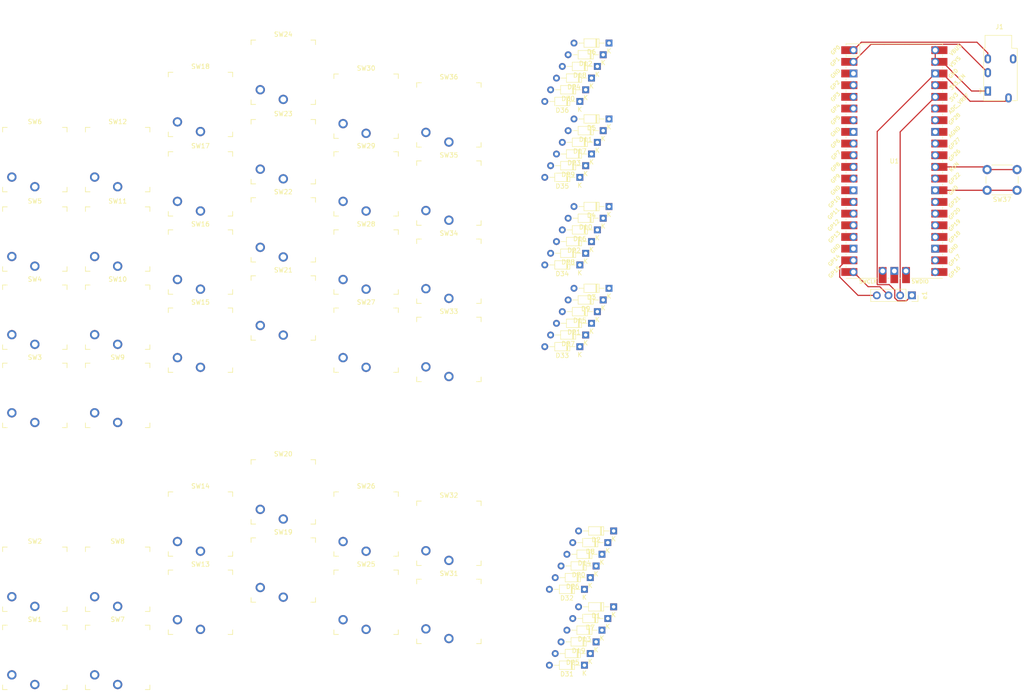
<source format=kicad_pcb>
(kicad_pcb (version 20171130) (host pcbnew 5.99.0+really5.1.10+dfsg1-1)
  (layers (0 F.Cu signal) (31 B.Cu signal) (34 B.Paste user hide) (35 F.Paste user hide) (36 B.SilkS user) (37 F.SilkS user) (38 B.Mask user hide) (39 F.Mask user hide) (44 Edge.Cuts user))
  (net 0 "")
  (net 1 "Net-(D1-Pad2)")
  (net 2 COL_0)
  (net 3 "Net-(D2-Pad2)")
  (net 4 "Net-(D3-Pad2)")
  (net 5 "Net-(D4-Pad2)")
  (net 6 "Net-(D5-Pad2)")
  (net 7 "Net-(D6-Pad2)")
  (net 8 "Net-(D7-Pad2)")
  (net 9 COL_1)
  (net 10 "Net-(D8-Pad2)")
  (net 11 "Net-(D9-Pad2)")
  (net 12 "Net-(D10-Pad2)")
  (net 13 "Net-(D11-Pad2)")
  (net 14 "Net-(D12-Pad2)")
  (net 15 "Net-(D13-Pad2)")
  (net 16 COL_2)
  (net 17 "Net-(D14-Pad2)")
  (net 18 "Net-(D15-Pad2)")
  (net 19 "Net-(D16-Pad2)")
  (net 20 "Net-(D17-Pad2)")
  (net 21 "Net-(D18-Pad2)")
  (net 22 "Net-(D19-Pad2)")
  (net 23 COL_3)
  (net 24 "Net-(D20-Pad2)")
  (net 25 "Net-(D21-Pad2)")
  (net 26 "Net-(D22-Pad2)")
  (net 27 "Net-(D23-Pad2)")
  (net 28 "Net-(D24-Pad2)")
  (net 29 "Net-(D25-Pad2)")
  (net 30 COL_4)
  (net 31 "Net-(D26-Pad2)")
  (net 32 "Net-(D27-Pad2)")
  (net 33 "Net-(D28-Pad2)")
  (net 34 "Net-(D29-Pad2)")
  (net 35 "Net-(D30-Pad2)")
  (net 36 "Net-(D31-Pad2)")
  (net 37 COL_5)
  (net 38 "Net-(D32-Pad2)")
  (net 39 "Net-(D33-Pad2)")
  (net 40 "Net-(D34-Pad2)")
  (net 41 "Net-(D35-Pad2)")
  (net 42 "Net-(D36-Pad2)")
  (net 43 GND)
  (net 44 +3V3)
  (net 45 I2C_SCL)
  (net 46 I2C_SDA)
  (net 47 UART_TX)
  (net 48 UART_RX)
  (net 49 VBUS)
  (net 50 ROW_0)
  (net 51 ROW_1)
  (net 52 ROW_2)
  (net 53 ROW_3)
  (net 54 ROW_4)
  (net 55 ROW_5)
  (net 56 GND1)
  (net 57 Reset)
  (net 58 "Net-(U1-Pad43)")
  (net 59 "Net-(U1-Pad42)")
  (net 60 "Net-(U1-Pad41)")
  (net 61 "Net-(U1-Pad21)")
  (net 62 "Net-(U1-Pad22)")
  (net 63 "Net-(U1-Pad23)")
  (net 64 "Net-(U1-Pad24)")
  (net 65 "Net-(U1-Pad25)")
  (net 66 "Net-(U1-Pad26)")
  (net 67 "Net-(U1-Pad27)")
  (net 68 "Net-(U1-Pad29)")
  (net 69 "Net-(U1-Pad31)")
  (net 70 "Net-(U1-Pad32)")
  (net 71 "Net-(U1-Pad33)")
  (net 72 "Net-(U1-Pad34)")
  (net 73 "Net-(U1-Pad35)")
  (net 74 "Net-(U1-Pad37)")
  (net 75 "Net-(U1-Pad18)")
  (net 76 "Net-(U1-Pad13)")
  (net 77 "Net-(U1-Pad8)")
  (net 78 "Net-(U1-Pad3)")
  (module keyswitches:SW_PG1350 (layer F.Cu) (at 114 56)
    (fp_text reference SW36 (at 0 -8.255) (layer F.SilkS))
    (fp_text value SW_Push)
    (pad "" np_thru_hole circle (at -5.5 0) (size 1.7018 1.7018) (drill 1.7018) (layers *.Cu *.Mask))
    (pad "" np_thru_hole circle (at 5.5 0) (size 1.7018 1.7018) (drill 1.7018) (layers *.Cu *.Mask))
    (pad "" np_thru_hole circle (at 5.22 -4.2) (size 0.9906 0.9906) (drill 0.9906) (layers *.Cu *.Mask))
    (pad 1 thru_hole circle (at 0 5.9) (size 2.032 2.032) (drill 1.27) (layers *.Cu *.Mask) (net 42 "Net-(D36-Pad2)"))
    (pad 2 thru_hole circle (at -5 3.8) (size 2.032 2.032) (drill 1.27) (layers *.Cu *.Mask) (net 55 ROW_5))
    (pad "" np_thru_hole circle (at 0 0) (size 3.429 3.429) (drill 3.429) (layers *.Cu *.Mask))
  )
  (module keyswitches:SW_PG1350 (layer F.Cu) (at 114 73)
    (fp_text reference SW35 (at 0 -8.255) (layer F.SilkS))
    (fp_text value SW_Push)
    (pad "" np_thru_hole circle (at -5.5 0) (size 1.7018 1.7018) (drill 1.7018) (layers *.Cu *.Mask))
    (pad "" np_thru_hole circle (at 5.5 0) (size 1.7018 1.7018) (drill 1.7018) (layers *.Cu *.Mask))
    (pad "" np_thru_hole circle (at 5.22 -4.2) (size 0.9906 0.9906) (drill 0.9906) (layers *.Cu *.Mask))
    (pad 1 thru_hole circle (at 0 5.9) (size 2.032 2.032) (drill 1.27) (layers *.Cu *.Mask) (net 41 "Net-(D35-Pad2)"))
    (pad 2 thru_hole circle (at -5 3.8) (size 2.032 2.032) (drill 1.27) (layers *.Cu *.Mask) (net 54 ROW_4))
    (pad "" np_thru_hole circle (at 0 0) (size 3.429 3.429) (drill 3.429) (layers *.Cu *.Mask))
  )
  (module keyswitches:SW_PG1350 (layer F.Cu) (at 114 90)
    (fp_text reference SW34 (at 0 -8.255) (layer F.SilkS))
    (fp_text value SW_Push)
    (pad "" np_thru_hole circle (at -5.5 0) (size 1.7018 1.7018) (drill 1.7018) (layers *.Cu *.Mask))
    (pad "" np_thru_hole circle (at 5.5 0) (size 1.7018 1.7018) (drill 1.7018) (layers *.Cu *.Mask))
    (pad "" np_thru_hole circle (at 5.22 -4.2) (size 0.9906 0.9906) (drill 0.9906) (layers *.Cu *.Mask))
    (pad 1 thru_hole circle (at 0 5.9) (size 2.032 2.032) (drill 1.27) (layers *.Cu *.Mask) (net 40 "Net-(D34-Pad2)"))
    (pad 2 thru_hole circle (at -5 3.8) (size 2.032 2.032) (drill 1.27) (layers *.Cu *.Mask) (net 53 ROW_3))
    (pad "" np_thru_hole circle (at 0 0) (size 3.429 3.429) (drill 3.429) (layers *.Cu *.Mask))
  )
  (module keyswitches:SW_PG1350 (layer F.Cu) (at 114 107)
    (fp_text reference SW33 (at 0 -8.255) (layer F.SilkS))
    (fp_text value SW_Push)
    (pad "" np_thru_hole circle (at -5.5 0) (size 1.7018 1.7018) (drill 1.7018) (layers *.Cu *.Mask))
    (pad "" np_thru_hole circle (at 5.5 0) (size 1.7018 1.7018) (drill 1.7018) (layers *.Cu *.Mask))
    (pad "" np_thru_hole circle (at 5.22 -4.2) (size 0.9906 0.9906) (drill 0.9906) (layers *.Cu *.Mask))
    (pad 1 thru_hole circle (at 0 5.9) (size 2.032 2.032) (drill 1.27) (layers *.Cu *.Mask) (net 39 "Net-(D33-Pad2)"))
    (pad 2 thru_hole circle (at -5 3.8) (size 2.032 2.032) (drill 1.27) (layers *.Cu *.Mask) (net 52 ROW_2))
    (pad "" np_thru_hole circle (at 0 0) (size 3.429 3.429) (drill 3.429) (layers *.Cu *.Mask))
  )
  (module keyswitches:SW_PG1350 (layer F.Cu) (at 114 147)
    (fp_text reference SW32 (at 0 -8.255) (layer F.SilkS))
    (fp_text value SW_Push)
    (pad "" np_thru_hole circle (at -5.5 0) (size 1.7018 1.7018) (drill 1.7018) (layers *.Cu *.Mask))
    (pad "" np_thru_hole circle (at 5.5 0) (size 1.7018 1.7018) (drill 1.7018) (layers *.Cu *.Mask))
    (pad "" np_thru_hole circle (at 5.22 -4.2) (size 0.9906 0.9906) (drill 0.9906) (layers *.Cu *.Mask))
    (pad 1 thru_hole circle (at 0 5.9) (size 2.032 2.032) (drill 1.27) (layers *.Cu *.Mask) (net 38 "Net-(D32-Pad2)"))
    (pad 2 thru_hole circle (at -5 3.8) (size 2.032 2.032) (drill 1.27) (layers *.Cu *.Mask) (net 51 ROW_1))
    (pad "" np_thru_hole circle (at 0 0) (size 3.429 3.429) (drill 3.429) (layers *.Cu *.Mask))
  )
  (module keyswitches:SW_PG1350 (layer F.Cu) (at 114 164)
    (fp_text reference SW31 (at 0 -8.255) (layer F.SilkS))
    (fp_text value SW_Push)
    (pad "" np_thru_hole circle (at -5.5 0) (size 1.7018 1.7018) (drill 1.7018) (layers *.Cu *.Mask))
    (pad "" np_thru_hole circle (at 5.5 0) (size 1.7018 1.7018) (drill 1.7018) (layers *.Cu *.Mask))
    (pad "" np_thru_hole circle (at 5.22 -4.2) (size 0.9906 0.9906) (drill 0.9906) (layers *.Cu *.Mask))
    (pad 1 thru_hole circle (at 0 5.9) (size 2.032 2.032) (drill 1.27) (layers *.Cu *.Mask) (net 36 "Net-(D31-Pad2)"))
    (pad 2 thru_hole circle (at -5 3.8) (size 2.032 2.032) (drill 1.27) (layers *.Cu *.Mask) (net 50 ROW_0))
    (pad "" np_thru_hole circle (at 0 0) (size 3.429 3.429) (drill 3.429) (layers *.Cu *.Mask))
  )
  (module keyswitches:SW_PG1350 (layer F.Cu) (at 96 54.1)
    (fp_text reference SW30 (at 0 -8.255) (layer F.SilkS))
    (fp_text value SW_Push)
    (pad "" np_thru_hole circle (at -5.5 0) (size 1.7018 1.7018) (drill 1.7018) (layers *.Cu *.Mask))
    (pad "" np_thru_hole circle (at 5.5 0) (size 1.7018 1.7018) (drill 1.7018) (layers *.Cu *.Mask))
    (pad "" np_thru_hole circle (at 5.22 -4.2) (size 0.9906 0.9906) (drill 0.9906) (layers *.Cu *.Mask))
    (pad 1 thru_hole circle (at 0 5.9) (size 2.032 2.032) (drill 1.27) (layers *.Cu *.Mask) (net 35 "Net-(D30-Pad2)"))
    (pad 2 thru_hole circle (at -5 3.8) (size 2.032 2.032) (drill 1.27) (layers *.Cu *.Mask) (net 55 ROW_5))
    (pad "" np_thru_hole circle (at 0 0) (size 3.429 3.429) (drill 3.429) (layers *.Cu *.Mask))
  )
  (module keyswitches:SW_PG1350 (layer F.Cu) (at 96 71)
    (fp_text reference SW29 (at 0 -8.255) (layer F.SilkS))
    (fp_text value SW_Push)
    (pad "" np_thru_hole circle (at -5.5 0) (size 1.7018 1.7018) (drill 1.7018) (layers *.Cu *.Mask))
    (pad "" np_thru_hole circle (at 5.5 0) (size 1.7018 1.7018) (drill 1.7018) (layers *.Cu *.Mask))
    (pad "" np_thru_hole circle (at 5.22 -4.2) (size 0.9906 0.9906) (drill 0.9906) (layers *.Cu *.Mask))
    (pad 1 thru_hole circle (at 0 5.9) (size 2.032 2.032) (drill 1.27) (layers *.Cu *.Mask) (net 34 "Net-(D29-Pad2)"))
    (pad 2 thru_hole circle (at -5 3.8) (size 2.032 2.032) (drill 1.27) (layers *.Cu *.Mask) (net 54 ROW_4))
    (pad "" np_thru_hole circle (at 0 0) (size 3.429 3.429) (drill 3.429) (layers *.Cu *.Mask))
  )
  (module keyswitches:SW_PG1350 (layer F.Cu) (at 96 88)
    (fp_text reference SW28 (at 0 -8.255) (layer F.SilkS))
    (fp_text value SW_Push)
    (pad "" np_thru_hole circle (at -5.5 0) (size 1.7018 1.7018) (drill 1.7018) (layers *.Cu *.Mask))
    (pad "" np_thru_hole circle (at 5.5 0) (size 1.7018 1.7018) (drill 1.7018) (layers *.Cu *.Mask))
    (pad "" np_thru_hole circle (at 5.22 -4.2) (size 0.9906 0.9906) (drill 0.9906) (layers *.Cu *.Mask))
    (pad 1 thru_hole circle (at 0 5.9) (size 2.032 2.032) (drill 1.27) (layers *.Cu *.Mask) (net 33 "Net-(D28-Pad2)"))
    (pad 2 thru_hole circle (at -5 3.8) (size 2.032 2.032) (drill 1.27) (layers *.Cu *.Mask) (net 53 ROW_3))
    (pad "" np_thru_hole circle (at 0 0) (size 3.429 3.429) (drill 3.429) (layers *.Cu *.Mask))
  )
  (module keyswitches:SW_PG1350 (layer F.Cu) (at 96 105)
    (fp_text reference SW27 (at 0 -8.255) (layer F.SilkS))
    (fp_text value SW_Push)
    (pad "" np_thru_hole circle (at -5.5 0) (size 1.7018 1.7018) (drill 1.7018) (layers *.Cu *.Mask))
    (pad "" np_thru_hole circle (at 5.5 0) (size 1.7018 1.7018) (drill 1.7018) (layers *.Cu *.Mask))
    (pad "" np_thru_hole circle (at 5.22 -4.2) (size 0.9906 0.9906) (drill 0.9906) (layers *.Cu *.Mask))
    (pad 1 thru_hole circle (at 0 5.9) (size 2.032 2.032) (drill 1.27) (layers *.Cu *.Mask) (net 32 "Net-(D27-Pad2)"))
    (pad 2 thru_hole circle (at -5 3.8) (size 2.032 2.032) (drill 1.27) (layers *.Cu *.Mask) (net 52 ROW_2))
    (pad "" np_thru_hole circle (at 0 0) (size 3.429 3.429) (drill 3.429) (layers *.Cu *.Mask))
  )
  (module keyswitches:SW_PG1350 (layer F.Cu) (at 96 145)
    (fp_text reference SW26 (at 0 -8.255) (layer F.SilkS))
    (fp_text value SW_Push)
    (pad "" np_thru_hole circle (at -5.5 0) (size 1.7018 1.7018) (drill 1.7018) (layers *.Cu *.Mask))
    (pad "" np_thru_hole circle (at 5.5 0) (size 1.7018 1.7018) (drill 1.7018) (layers *.Cu *.Mask))
    (pad "" np_thru_hole circle (at 5.22 -4.2) (size 0.9906 0.9906) (drill 0.9906) (layers *.Cu *.Mask))
    (pad 1 thru_hole circle (at 0 5.9) (size 2.032 2.032) (drill 1.27) (layers *.Cu *.Mask) (net 31 "Net-(D26-Pad2)"))
    (pad 2 thru_hole circle (at -5 3.8) (size 2.032 2.032) (drill 1.27) (layers *.Cu *.Mask) (net 51 ROW_1))
    (pad "" np_thru_hole circle (at 0 0) (size 3.429 3.429) (drill 3.429) (layers *.Cu *.Mask))
  )
  (module keyswitches:SW_PG1350 (layer F.Cu) (at 96 162)
    (fp_text reference SW25 (at 0 -8.255) (layer F.SilkS))
    (fp_text value SW_Push)
    (pad "" np_thru_hole circle (at -5.5 0) (size 1.7018 1.7018) (drill 1.7018) (layers *.Cu *.Mask))
    (pad "" np_thru_hole circle (at 5.5 0) (size 1.7018 1.7018) (drill 1.7018) (layers *.Cu *.Mask))
    (pad "" np_thru_hole circle (at 5.22 -4.2) (size 0.9906 0.9906) (drill 0.9906) (layers *.Cu *.Mask))
    (pad 1 thru_hole circle (at 0 5.9) (size 2.032 2.032) (drill 1.27) (layers *.Cu *.Mask) (net 29 "Net-(D25-Pad2)"))
    (pad 2 thru_hole circle (at -5 3.8) (size 2.032 2.032) (drill 1.27) (layers *.Cu *.Mask) (net 50 ROW_0))
    (pad "" np_thru_hole circle (at 0 0) (size 3.429 3.429) (drill 3.429) (layers *.Cu *.Mask))
  )
  (module keyswitches:SW_PG1350 (layer F.Cu) (at 78 46.72)
    (fp_text reference SW24 (at 0 -8.255) (layer F.SilkS))
    (fp_text value SW_Push)
    (pad "" np_thru_hole circle (at -5.5 0) (size 1.7018 1.7018) (drill 1.7018) (layers *.Cu *.Mask))
    (pad "" np_thru_hole circle (at 5.5 0) (size 1.7018 1.7018) (drill 1.7018) (layers *.Cu *.Mask))
    (pad "" np_thru_hole circle (at 5.22 -4.2) (size 0.9906 0.9906) (drill 0.9906) (layers *.Cu *.Mask))
    (pad 1 thru_hole circle (at 0 5.9) (size 2.032 2.032) (drill 1.27) (layers *.Cu *.Mask) (net 28 "Net-(D24-Pad2)"))
    (pad 2 thru_hole circle (at -5 3.8) (size 2.032 2.032) (drill 1.27) (layers *.Cu *.Mask) (net 55 ROW_5))
    (pad "" np_thru_hole circle (at 0 0) (size 3.429 3.429) (drill 3.429) (layers *.Cu *.Mask))
  )
  (module keyswitches:SW_PG1350 (layer F.Cu) (at 78 64)
    (fp_text reference SW23 (at 0 -8.255) (layer F.SilkS))
    (fp_text value SW_Push)
    (pad "" np_thru_hole circle (at -5.5 0) (size 1.7018 1.7018) (drill 1.7018) (layers *.Cu *.Mask))
    (pad "" np_thru_hole circle (at 5.5 0) (size 1.7018 1.7018) (drill 1.7018) (layers *.Cu *.Mask))
    (pad "" np_thru_hole circle (at 5.22 -4.2) (size 0.9906 0.9906) (drill 0.9906) (layers *.Cu *.Mask))
    (pad 1 thru_hole circle (at 0 5.9) (size 2.032 2.032) (drill 1.27) (layers *.Cu *.Mask) (net 27 "Net-(D23-Pad2)"))
    (pad 2 thru_hole circle (at -5 3.8) (size 2.032 2.032) (drill 1.27) (layers *.Cu *.Mask) (net 54 ROW_4))
    (pad "" np_thru_hole circle (at 0 0) (size 3.429 3.429) (drill 3.429) (layers *.Cu *.Mask))
  )
  (module keyswitches:SW_PG1350 (layer F.Cu) (at 78 81)
    (fp_text reference SW22 (at 0 -8.255) (layer F.SilkS))
    (fp_text value SW_Push)
    (pad "" np_thru_hole circle (at -5.5 0) (size 1.7018 1.7018) (drill 1.7018) (layers *.Cu *.Mask))
    (pad "" np_thru_hole circle (at 5.5 0) (size 1.7018 1.7018) (drill 1.7018) (layers *.Cu *.Mask))
    (pad "" np_thru_hole circle (at 5.22 -4.2) (size 0.9906 0.9906) (drill 0.9906) (layers *.Cu *.Mask))
    (pad 1 thru_hole circle (at 0 5.9) (size 2.032 2.032) (drill 1.27) (layers *.Cu *.Mask) (net 26 "Net-(D22-Pad2)"))
    (pad 2 thru_hole circle (at -5 3.8) (size 2.032 2.032) (drill 1.27) (layers *.Cu *.Mask) (net 53 ROW_3))
    (pad "" np_thru_hole circle (at 0 0) (size 3.429 3.429) (drill 3.429) (layers *.Cu *.Mask))
  )
  (module keyswitches:SW_PG1350 (layer F.Cu) (at 78 98)
    (fp_text reference SW21 (at 0 -8.255) (layer F.SilkS))
    (fp_text value SW_Push)
    (pad "" np_thru_hole circle (at -5.5 0) (size 1.7018 1.7018) (drill 1.7018) (layers *.Cu *.Mask))
    (pad "" np_thru_hole circle (at 5.5 0) (size 1.7018 1.7018) (drill 1.7018) (layers *.Cu *.Mask))
    (pad "" np_thru_hole circle (at 5.22 -4.2) (size 0.9906 0.9906) (drill 0.9906) (layers *.Cu *.Mask))
    (pad 1 thru_hole circle (at 0 5.9) (size 2.032 2.032) (drill 1.27) (layers *.Cu *.Mask) (net 25 "Net-(D21-Pad2)"))
    (pad 2 thru_hole circle (at -5 3.8) (size 2.032 2.032) (drill 1.27) (layers *.Cu *.Mask) (net 52 ROW_2))
    (pad "" np_thru_hole circle (at 0 0) (size 3.429 3.429) (drill 3.429) (layers *.Cu *.Mask))
  )
  (module keyswitches:SW_PG1350 (layer F.Cu) (at 78 138)
    (fp_text reference SW20 (at 0 -8.255) (layer F.SilkS))
    (fp_text value SW_Push)
    (pad "" np_thru_hole circle (at -5.5 0) (size 1.7018 1.7018) (drill 1.7018) (layers *.Cu *.Mask))
    (pad "" np_thru_hole circle (at 5.5 0) (size 1.7018 1.7018) (drill 1.7018) (layers *.Cu *.Mask))
    (pad "" np_thru_hole circle (at 5.22 -4.2) (size 0.9906 0.9906) (drill 0.9906) (layers *.Cu *.Mask))
    (pad 1 thru_hole circle (at 0 5.9) (size 2.032 2.032) (drill 1.27) (layers *.Cu *.Mask) (net 24 "Net-(D20-Pad2)"))
    (pad 2 thru_hole circle (at -5 3.8) (size 2.032 2.032) (drill 1.27) (layers *.Cu *.Mask) (net 51 ROW_1))
    (pad "" np_thru_hole circle (at 0 0) (size 3.429 3.429) (drill 3.429) (layers *.Cu *.Mask))
  )
  (module keyswitches:SW_PG1350 (layer F.Cu) (at 78 155)
    (fp_text reference SW19 (at 0 -8.255) (layer F.SilkS))
    (fp_text value SW_Push)
    (pad "" np_thru_hole circle (at -5.5 0) (size 1.7018 1.7018) (drill 1.7018) (layers *.Cu *.Mask))
    (pad "" np_thru_hole circle (at 5.5 0) (size 1.7018 1.7018) (drill 1.7018) (layers *.Cu *.Mask))
    (pad "" np_thru_hole circle (at 5.22 -4.2) (size 0.9906 0.9906) (drill 0.9906) (layers *.Cu *.Mask))
    (pad 1 thru_hole circle (at 0 5.9) (size 2.032 2.032) (drill 1.27) (layers *.Cu *.Mask) (net 22 "Net-(D19-Pad2)"))
    (pad 2 thru_hole circle (at -5 3.8) (size 2.032 2.032) (drill 1.27) (layers *.Cu *.Mask) (net 50 ROW_0))
    (pad "" np_thru_hole circle (at 0 0) (size 3.429 3.429) (drill 3.429) (layers *.Cu *.Mask))
  )
  (module keyswitches:SW_PG1350 (layer F.Cu) (at 60 53.72)
    (fp_text reference SW18 (at 0 -8.255) (layer F.SilkS))
    (fp_text value SW_Push)
    (pad "" np_thru_hole circle (at -5.5 0) (size 1.7018 1.7018) (drill 1.7018) (layers *.Cu *.Mask))
    (pad "" np_thru_hole circle (at 5.5 0) (size 1.7018 1.7018) (drill 1.7018) (layers *.Cu *.Mask))
    (pad "" np_thru_hole circle (at 5.22 -4.2) (size 0.9906 0.9906) (drill 0.9906) (layers *.Cu *.Mask))
    (pad 1 thru_hole circle (at 0 5.9) (size 2.032 2.032) (drill 1.27) (layers *.Cu *.Mask) (net 21 "Net-(D18-Pad2)"))
    (pad 2 thru_hole circle (at -5 3.8) (size 2.032 2.032) (drill 1.27) (layers *.Cu *.Mask) (net 55 ROW_5))
    (pad "" np_thru_hole circle (at 0 0) (size 3.429 3.429) (drill 3.429) (layers *.Cu *.Mask))
  )
  (module keyswitches:SW_PG1350 (layer F.Cu) (at 60 71)
    (fp_text reference SW17 (at 0 -8.255) (layer F.SilkS))
    (fp_text value SW_Push)
    (pad "" np_thru_hole circle (at -5.5 0) (size 1.7018 1.7018) (drill 1.7018) (layers *.Cu *.Mask))
    (pad "" np_thru_hole circle (at 5.5 0) (size 1.7018 1.7018) (drill 1.7018) (layers *.Cu *.Mask))
    (pad "" np_thru_hole circle (at 5.22 -4.2) (size 0.9906 0.9906) (drill 0.9906) (layers *.Cu *.Mask))
    (pad 1 thru_hole circle (at 0 5.9) (size 2.032 2.032) (drill 1.27) (layers *.Cu *.Mask) (net 20 "Net-(D17-Pad2)"))
    (pad 2 thru_hole circle (at -5 3.8) (size 2.032 2.032) (drill 1.27) (layers *.Cu *.Mask) (net 54 ROW_4))
    (pad "" np_thru_hole circle (at 0 0) (size 3.429 3.429) (drill 3.429) (layers *.Cu *.Mask))
  )
  (module keyswitches:SW_PG1350 (layer F.Cu) (at 60 88)
    (fp_text reference SW16 (at 0 -8.255) (layer F.SilkS))
    (fp_text value SW_Push)
    (pad "" np_thru_hole circle (at -5.5 0) (size 1.7018 1.7018) (drill 1.7018) (layers *.Cu *.Mask))
    (pad "" np_thru_hole circle (at 5.5 0) (size 1.7018 1.7018) (drill 1.7018) (layers *.Cu *.Mask))
    (pad "" np_thru_hole circle (at 5.22 -4.2) (size 0.9906 0.9906) (drill 0.9906) (layers *.Cu *.Mask))
    (pad 1 thru_hole circle (at 0 5.9) (size 2.032 2.032) (drill 1.27) (layers *.Cu *.Mask) (net 19 "Net-(D16-Pad2)"))
    (pad 2 thru_hole circle (at -5 3.8) (size 2.032 2.032) (drill 1.27) (layers *.Cu *.Mask) (net 53 ROW_3))
    (pad "" np_thru_hole circle (at 0 0) (size 3.429 3.429) (drill 3.429) (layers *.Cu *.Mask))
  )
  (module keyswitches:SW_PG1350 (layer F.Cu) (at 60 105)
    (fp_text reference SW15 (at 0 -8.255) (layer F.SilkS))
    (fp_text value SW_Push)
    (pad "" np_thru_hole circle (at -5.5 0) (size 1.7018 1.7018) (drill 1.7018) (layers *.Cu *.Mask))
    (pad "" np_thru_hole circle (at 5.5 0) (size 1.7018 1.7018) (drill 1.7018) (layers *.Cu *.Mask))
    (pad "" np_thru_hole circle (at 5.22 -4.2) (size 0.9906 0.9906) (drill 0.9906) (layers *.Cu *.Mask))
    (pad 1 thru_hole circle (at 0 5.9) (size 2.032 2.032) (drill 1.27) (layers *.Cu *.Mask) (net 18 "Net-(D15-Pad2)"))
    (pad 2 thru_hole circle (at -5 3.8) (size 2.032 2.032) (drill 1.27) (layers *.Cu *.Mask) (net 52 ROW_2))
    (pad "" np_thru_hole circle (at 0 0) (size 3.429 3.429) (drill 3.429) (layers *.Cu *.Mask))
  )
  (module keyswitches:SW_PG1350 (layer F.Cu) (at 60 145)
    (fp_text reference SW14 (at 0 -8.255) (layer F.SilkS))
    (fp_text value SW_Push)
    (pad "" np_thru_hole circle (at -5.5 0) (size 1.7018 1.7018) (drill 1.7018) (layers *.Cu *.Mask))
    (pad "" np_thru_hole circle (at 5.5 0) (size 1.7018 1.7018) (drill 1.7018) (layers *.Cu *.Mask))
    (pad "" np_thru_hole circle (at 5.22 -4.2) (size 0.9906 0.9906) (drill 0.9906) (layers *.Cu *.Mask))
    (pad 1 thru_hole circle (at 0 5.9) (size 2.032 2.032) (drill 1.27) (layers *.Cu *.Mask) (net 17 "Net-(D14-Pad2)"))
    (pad 2 thru_hole circle (at -5 3.8) (size 2.032 2.032) (drill 1.27) (layers *.Cu *.Mask) (net 51 ROW_1))
    (pad "" np_thru_hole circle (at 0 0) (size 3.429 3.429) (drill 3.429) (layers *.Cu *.Mask))
  )
  (module keyswitches:SW_PG1350 (layer F.Cu) (at 60 162)
    (fp_text reference SW13 (at 0 -8.255) (layer F.SilkS))
    (fp_text value SW_Push)
    (pad "" np_thru_hole circle (at -5.5 0) (size 1.7018 1.7018) (drill 1.7018) (layers *.Cu *.Mask))
    (pad "" np_thru_hole circle (at 5.5 0) (size 1.7018 1.7018) (drill 1.7018) (layers *.Cu *.Mask))
    (pad "" np_thru_hole circle (at 5.22 -4.2) (size 0.9906 0.9906) (drill 0.9906) (layers *.Cu *.Mask))
    (pad 1 thru_hole circle (at 0 5.9) (size 2.032 2.032) (drill 1.27) (layers *.Cu *.Mask) (net 15 "Net-(D13-Pad2)"))
    (pad 2 thru_hole circle (at -5 3.8) (size 2.032 2.032) (drill 1.27) (layers *.Cu *.Mask) (net 50 ROW_0))
    (pad "" np_thru_hole circle (at 0 0) (size 3.429 3.429) (drill 3.429) (layers *.Cu *.Mask))
  )
  (module keyswitches:SW_PG1350 (layer F.Cu) (at 42 65.72)
    (fp_text reference SW12 (at 0 -8.255) (layer F.SilkS))
    (fp_text value SW_Push)
    (pad "" np_thru_hole circle (at -5.5 0) (size 1.7018 1.7018) (drill 1.7018) (layers *.Cu *.Mask))
    (pad "" np_thru_hole circle (at 5.5 0) (size 1.7018 1.7018) (drill 1.7018) (layers *.Cu *.Mask))
    (pad "" np_thru_hole circle (at 5.22 -4.2) (size 0.9906 0.9906) (drill 0.9906) (layers *.Cu *.Mask))
    (pad 1 thru_hole circle (at 0 5.9) (size 2.032 2.032) (drill 1.27) (layers *.Cu *.Mask) (net 14 "Net-(D12-Pad2)"))
    (pad 2 thru_hole circle (at -5 3.8) (size 2.032 2.032) (drill 1.27) (layers *.Cu *.Mask) (net 55 ROW_5))
    (pad "" np_thru_hole circle (at 0 0) (size 3.429 3.429) (drill 3.429) (layers *.Cu *.Mask))
  )
  (module keyswitches:SW_PG1350 (layer F.Cu) (at 42 83)
    (fp_text reference SW11 (at 0 -8.255) (layer F.SilkS))
    (fp_text value SW_Push)
    (pad "" np_thru_hole circle (at -5.5 0) (size 1.7018 1.7018) (drill 1.7018) (layers *.Cu *.Mask))
    (pad "" np_thru_hole circle (at 5.5 0) (size 1.7018 1.7018) (drill 1.7018) (layers *.Cu *.Mask))
    (pad "" np_thru_hole circle (at 5.22 -4.2) (size 0.9906 0.9906) (drill 0.9906) (layers *.Cu *.Mask))
    (pad 1 thru_hole circle (at 0 5.9) (size 2.032 2.032) (drill 1.27) (layers *.Cu *.Mask) (net 13 "Net-(D11-Pad2)"))
    (pad 2 thru_hole circle (at -5 3.8) (size 2.032 2.032) (drill 1.27) (layers *.Cu *.Mask) (net 54 ROW_4))
    (pad "" np_thru_hole circle (at 0 0) (size 3.429 3.429) (drill 3.429) (layers *.Cu *.Mask))
  )
  (module keyswitches:SW_PG1350 (layer F.Cu) (at 42 100)
    (fp_text reference SW10 (at 0 -8.255) (layer F.SilkS))
    (fp_text value SW_Push)
    (pad "" np_thru_hole circle (at -5.5 0) (size 1.7018 1.7018) (drill 1.7018) (layers *.Cu *.Mask))
    (pad "" np_thru_hole circle (at 5.5 0) (size 1.7018 1.7018) (drill 1.7018) (layers *.Cu *.Mask))
    (pad "" np_thru_hole circle (at 5.22 -4.2) (size 0.9906 0.9906) (drill 0.9906) (layers *.Cu *.Mask))
    (pad 1 thru_hole circle (at 0 5.9) (size 2.032 2.032) (drill 1.27) (layers *.Cu *.Mask) (net 12 "Net-(D10-Pad2)"))
    (pad 2 thru_hole circle (at -5 3.8) (size 2.032 2.032) (drill 1.27) (layers *.Cu *.Mask) (net 53 ROW_3))
    (pad "" np_thru_hole circle (at 0 0) (size 3.429 3.429) (drill 3.429) (layers *.Cu *.Mask))
  )
  (module keyswitches:SW_PG1350 (layer F.Cu) (at 42 117)
    (fp_text reference SW9 (at 0 -8.255) (layer F.SilkS))
    (fp_text value SW_Push)
    (pad "" np_thru_hole circle (at -5.5 0) (size 1.7018 1.7018) (drill 1.7018) (layers *.Cu *.Mask))
    (pad "" np_thru_hole circle (at 5.5 0) (size 1.7018 1.7018) (drill 1.7018) (layers *.Cu *.Mask))
    (pad "" np_thru_hole circle (at 5.22 -4.2) (size 0.9906 0.9906) (drill 0.9906) (layers *.Cu *.Mask))
    (pad 1 thru_hole circle (at 0 5.9) (size 2.032 2.032) (drill 1.27) (layers *.Cu *.Mask) (net 11 "Net-(D9-Pad2)"))
    (pad 2 thru_hole circle (at -5 3.8) (size 2.032 2.032) (drill 1.27) (layers *.Cu *.Mask) (net 52 ROW_2))
    (pad "" np_thru_hole circle (at 0 0) (size 3.429 3.429) (drill 3.429) (layers *.Cu *.Mask))
  )
  (module keyswitches:SW_PG1350 (layer F.Cu) (at 42 157)
    (fp_text reference SW8 (at 0 -8.255) (layer F.SilkS))
    (fp_text value SW_Push)
    (pad "" np_thru_hole circle (at -5.5 0) (size 1.7018 1.7018) (drill 1.7018) (layers *.Cu *.Mask))
    (pad "" np_thru_hole circle (at 5.5 0) (size 1.7018 1.7018) (drill 1.7018) (layers *.Cu *.Mask))
    (pad "" np_thru_hole circle (at 5.22 -4.2) (size 0.9906 0.9906) (drill 0.9906) (layers *.Cu *.Mask))
    (pad 1 thru_hole circle (at 0 5.9) (size 2.032 2.032) (drill 1.27) (layers *.Cu *.Mask) (net 10 "Net-(D8-Pad2)"))
    (pad 2 thru_hole circle (at -5 3.8) (size 2.032 2.032) (drill 1.27) (layers *.Cu *.Mask) (net 51 ROW_1))
    (pad "" np_thru_hole circle (at 0 0) (size 3.429 3.429) (drill 3.429) (layers *.Cu *.Mask))
  )
  (module keyswitches:SW_PG1350 (layer F.Cu) (at 42 174)
    (fp_text reference SW7 (at 0 -8.255) (layer F.SilkS))
    (fp_text value SW_Push)
    (pad "" np_thru_hole circle (at -5.5 0) (size 1.7018 1.7018) (drill 1.7018) (layers *.Cu *.Mask))
    (pad "" np_thru_hole circle (at 5.5 0) (size 1.7018 1.7018) (drill 1.7018) (layers *.Cu *.Mask))
    (pad "" np_thru_hole circle (at 5.22 -4.2) (size 0.9906 0.9906) (drill 0.9906) (layers *.Cu *.Mask))
    (pad 1 thru_hole circle (at 0 5.9) (size 2.032 2.032) (drill 1.27) (layers *.Cu *.Mask) (net 8 "Net-(D7-Pad2)"))
    (pad 2 thru_hole circle (at -5 3.8) (size 2.032 2.032) (drill 1.27) (layers *.Cu *.Mask) (net 50 ROW_0))
    (pad "" np_thru_hole circle (at 0 0) (size 3.429 3.429) (drill 3.429) (layers *.Cu *.Mask))
  )
  (module keyswitches:SW_PG1350 (layer F.Cu) (at 24 65.72)
    (fp_text reference SW6 (at 0 -8.255) (layer F.SilkS))
    (fp_text value SW_Push)
    (pad "" np_thru_hole circle (at -5.5 0) (size 1.7018 1.7018) (drill 1.7018) (layers *.Cu *.Mask))
    (pad "" np_thru_hole circle (at 5.5 0) (size 1.7018 1.7018) (drill 1.7018) (layers *.Cu *.Mask))
    (pad "" np_thru_hole circle (at 5.22 -4.2) (size 0.9906 0.9906) (drill 0.9906) (layers *.Cu *.Mask))
    (pad 1 thru_hole circle (at 0 5.9) (size 2.032 2.032) (drill 1.27) (layers *.Cu *.Mask) (net 7 "Net-(D6-Pad2)"))
    (pad 2 thru_hole circle (at -5 3.8) (size 2.032 2.032) (drill 1.27) (layers *.Cu *.Mask) (net 55 ROW_5))
    (pad "" np_thru_hole circle (at 0 0) (size 3.429 3.429) (drill 3.429) (layers *.Cu *.Mask))
  )
  (module keyswitches:SW_PG1350 (layer F.Cu) (at 24 83)
    (fp_text reference SW5 (at 0 -8.255) (layer F.SilkS))
    (fp_text value SW_Push)
    (pad "" np_thru_hole circle (at -5.5 0) (size 1.7018 1.7018) (drill 1.7018) (layers *.Cu *.Mask))
    (pad "" np_thru_hole circle (at 5.5 0) (size 1.7018 1.7018) (drill 1.7018) (layers *.Cu *.Mask))
    (pad "" np_thru_hole circle (at 5.22 -4.2) (size 0.9906 0.9906) (drill 0.9906) (layers *.Cu *.Mask))
    (pad 1 thru_hole circle (at 0 5.9) (size 2.032 2.032) (drill 1.27) (layers *.Cu *.Mask) (net 6 "Net-(D5-Pad2)"))
    (pad 2 thru_hole circle (at -5 3.8) (size 2.032 2.032) (drill 1.27) (layers *.Cu *.Mask) (net 54 ROW_4))
    (pad "" np_thru_hole circle (at 0 0) (size 3.429 3.429) (drill 3.429) (layers *.Cu *.Mask))
  )
  (module keyswitches:SW_PG1350 (layer F.Cu) (at 24 100)
    (fp_text reference SW4 (at 0 -8.255) (layer F.SilkS))
    (fp_text value SW_Push)
    (pad "" np_thru_hole circle (at -5.5 0) (size 1.7018 1.7018) (drill 1.7018) (layers *.Cu *.Mask))
    (pad "" np_thru_hole circle (at 5.5 0) (size 1.7018 1.7018) (drill 1.7018) (layers *.Cu *.Mask))
    (pad "" np_thru_hole circle (at 5.22 -4.2) (size 0.9906 0.9906) (drill 0.9906) (layers *.Cu *.Mask))
    (pad 1 thru_hole circle (at 0 5.9) (size 2.032 2.032) (drill 1.27) (layers *.Cu *.Mask) (net 5 "Net-(D4-Pad2)"))
    (pad 2 thru_hole circle (at -5 3.8) (size 2.032 2.032) (drill 1.27) (layers *.Cu *.Mask) (net 53 ROW_3))
    (pad "" np_thru_hole circle (at 0 0) (size 3.429 3.429) (drill 3.429) (layers *.Cu *.Mask))
  )
  (module keyswitches:SW_PG1350 (layer F.Cu) (at 24 117)
    (fp_text reference SW3 (at 0 -8.255) (layer F.SilkS))
    (fp_text value SW_Push)
    (pad "" np_thru_hole circle (at -5.5 0) (size 1.7018 1.7018) (drill 1.7018) (layers *.Cu *.Mask))
    (pad "" np_thru_hole circle (at 5.5 0) (size 1.7018 1.7018) (drill 1.7018) (layers *.Cu *.Mask))
    (pad "" np_thru_hole circle (at 5.22 -4.2) (size 0.9906 0.9906) (drill 0.9906) (layers *.Cu *.Mask))
    (pad 1 thru_hole circle (at 0 5.9) (size 2.032 2.032) (drill 1.27) (layers *.Cu *.Mask) (net 4 "Net-(D3-Pad2)"))
    (pad 2 thru_hole circle (at -5 3.8) (size 2.032 2.032) (drill 1.27) (layers *.Cu *.Mask) (net 52 ROW_2))
    (pad "" np_thru_hole circle (at 0 0) (size 3.429 3.429) (drill 3.429) (layers *.Cu *.Mask))
  )
  (module keyswitches:SW_PG1350 (layer F.Cu) (at 24 157)
    (fp_text reference SW2 (at 0 -8.255) (layer F.SilkS))
    (fp_text value SW_Push)
    (pad "" np_thru_hole circle (at -5.5 0) (size 1.7018 1.7018) (drill 1.7018) (layers *.Cu *.Mask))
    (pad "" np_thru_hole circle (at 5.5 0) (size 1.7018 1.7018) (drill 1.7018) (layers *.Cu *.Mask))
    (pad "" np_thru_hole circle (at 5.22 -4.2) (size 0.9906 0.9906) (drill 0.9906) (layers *.Cu *.Mask))
    (pad 1 thru_hole circle (at 0 5.9) (size 2.032 2.032) (drill 1.27) (layers *.Cu *.Mask) (net 3 "Net-(D2-Pad2)"))
    (pad 2 thru_hole circle (at -5 3.8) (size 2.032 2.032) (drill 1.27) (layers *.Cu *.Mask) (net 51 ROW_1))
    (pad "" np_thru_hole circle (at 0 0) (size 3.429 3.429) (drill 3.429) (layers *.Cu *.Mask))
  )
  (module keyswitches:SW_PG1350 (layer F.Cu) (at 24 174)
    (fp_text reference SW1 (at 0 -8.255) (layer F.SilkS))
    (fp_text value SW_Push)
    (pad "" np_thru_hole circle (at -5.5 0) (size 1.7018 1.7018) (drill 1.7018) (layers *.Cu *.Mask))
    (pad "" np_thru_hole circle (at 5.5 0) (size 1.7018 1.7018) (drill 1.7018) (layers *.Cu *.Mask))
    (pad "" np_thru_hole circle (at 5.22 -4.2) (size 0.9906 0.9906) (drill 0.9906) (layers *.Cu *.Mask))
    (pad 1 thru_hole circle (at 0 5.9) (size 2.032 2.032) (drill 1.27) (layers *.Cu *.Mask) (net 1 "Net-(D1-Pad2)"))
    (pad 2 thru_hole circle (at -5 3.8) (size 2.032 2.032) (drill 1.27) (layers *.Cu *.Mask) (net 50 ROW_0))
    (pad "" np_thru_hole circle (at 0 0) (size 3.429 3.429) (drill 3.429) (layers *.Cu *.Mask))
  )
  (module Diode_THT:D_DO-34_SOD68_P7.62mm_Horizontal (layer F.Cu) (at 142.46 53.07 180)
    (fp_text reference D36 (at 3.81 -1.92) (layer F.SilkS))
    (fp_text value D_ALT)
    (fp_text user K (at 0 -1.75) (layer F.SilkS))
    (pad 2 thru_hole oval (at 7.62 0 180) (size 1.5 1.5) (drill 0.75) (layers *.Cu *.Mask) (net 42 "Net-(D36-Pad2)"))
    (pad 1 thru_hole rect (at 0 0 180) (size 1.5 1.5) (drill 0.75) (layers *.Cu *.Mask) (net 37 COL_5))
  )
  (module Diode_THT:D_DO-34_SOD68_P7.62mm_Horizontal (layer F.Cu) (at 142.46 69.58 180)
    (fp_text reference D35 (at 3.81 -1.92) (layer F.SilkS))
    (fp_text value D_ALT)
    (fp_text user K (at 0 -1.75) (layer F.SilkS))
    (pad 2 thru_hole oval (at 7.62 0 180) (size 1.5 1.5) (drill 0.75) (layers *.Cu *.Mask) (net 41 "Net-(D35-Pad2)"))
    (pad 1 thru_hole rect (at 0 0 180) (size 1.5 1.5) (drill 0.75) (layers *.Cu *.Mask) (net 37 COL_5))
  )
  (module Diode_THT:D_DO-34_SOD68_P7.62mm_Horizontal (layer F.Cu) (at 142.46 88.63 180)
    (fp_text reference D34 (at 3.81 -1.92) (layer F.SilkS))
    (fp_text value D_ALT)
    (fp_text user K (at 0 -1.75) (layer F.SilkS))
    (pad 2 thru_hole oval (at 7.62 0 180) (size 1.5 1.5) (drill 0.75) (layers *.Cu *.Mask) (net 40 "Net-(D34-Pad2)"))
    (pad 1 thru_hole rect (at 0 0 180) (size 1.5 1.5) (drill 0.75) (layers *.Cu *.Mask) (net 37 COL_5))
  )
  (module Diode_THT:D_DO-34_SOD68_P7.62mm_Horizontal (layer F.Cu) (at 142.46 106.41 180)
    (fp_text reference D33 (at 3.81 -1.92) (layer F.SilkS))
    (fp_text value D_ALT)
    (fp_text user K (at 0 -1.75) (layer F.SilkS))
    (pad 2 thru_hole oval (at 7.62 0 180) (size 1.5 1.5) (drill 0.75) (layers *.Cu *.Mask) (net 39 "Net-(D33-Pad2)"))
    (pad 1 thru_hole rect (at 0 0 180) (size 1.5 1.5) (drill 0.75) (layers *.Cu *.Mask) (net 37 COL_5))
  )
  (module Diode_THT:D_DO-34_SOD68_P7.62mm_Horizontal (layer F.Cu) (at 143.46 159.19 180)
    (fp_text reference D32 (at 3.81 -1.92) (layer F.SilkS))
    (fp_text value D_ALT)
    (fp_text user K (at 0 -1.75) (layer F.SilkS))
    (pad 2 thru_hole oval (at 7.62 0 180) (size 1.5 1.5) (drill 0.75) (layers *.Cu *.Mask) (net 38 "Net-(D32-Pad2)"))
    (pad 1 thru_hole rect (at 0 0 180) (size 1.5 1.5) (drill 0.75) (layers *.Cu *.Mask) (net 37 COL_5))
  )
  (module Diode_THT:D_DO-34_SOD68_P7.62mm_Horizontal (layer F.Cu) (at 143.46 175.7 180)
    (fp_text reference D31 (at 3.81 -1.92) (layer F.SilkS))
    (fp_text value D_ALT)
    (fp_text user K (at 0 -1.75) (layer F.SilkS))
    (pad 2 thru_hole oval (at 7.62 0 180) (size 1.5 1.5) (drill 0.75) (layers *.Cu *.Mask) (net 36 "Net-(D31-Pad2)"))
    (pad 1 thru_hole rect (at 0 0 180) (size 1.5 1.5) (drill 0.75) (layers *.Cu *.Mask) (net 37 COL_5))
  )
  (module Diode_THT:D_DO-34_SOD68_P7.62mm_Horizontal (layer F.Cu) (at 143.73 50.53 180)
    (fp_text reference D30 (at 3.81 -1.92) (layer F.SilkS))
    (fp_text value D_ALT)
    (fp_text user K (at 0 -1.75) (layer F.SilkS))
    (pad 2 thru_hole oval (at 7.62 0 180) (size 1.5 1.5) (drill 0.75) (layers *.Cu *.Mask) (net 35 "Net-(D30-Pad2)"))
    (pad 1 thru_hole rect (at 0 0 180) (size 1.5 1.5) (drill 0.75) (layers *.Cu *.Mask) (net 30 COL_4))
  )
  (module Diode_THT:D_DO-34_SOD68_P7.62mm_Horizontal (layer F.Cu) (at 143.73 67.04 180)
    (fp_text reference D29 (at 3.81 -1.92) (layer F.SilkS))
    (fp_text value D_ALT)
    (fp_text user K (at 0 -1.75) (layer F.SilkS))
    (pad 2 thru_hole oval (at 7.62 0 180) (size 1.5 1.5) (drill 0.75) (layers *.Cu *.Mask) (net 34 "Net-(D29-Pad2)"))
    (pad 1 thru_hole rect (at 0 0 180) (size 1.5 1.5) (drill 0.75) (layers *.Cu *.Mask) (net 30 COL_4))
  )
  (module Diode_THT:D_DO-34_SOD68_P7.62mm_Horizontal (layer F.Cu) (at 143.73 86.09 180)
    (fp_text reference D28 (at 3.81 -1.92) (layer F.SilkS))
    (fp_text value D_ALT)
    (fp_text user K (at 0 -1.75) (layer F.SilkS))
    (pad 2 thru_hole oval (at 7.62 0 180) (size 1.5 1.5) (drill 0.75) (layers *.Cu *.Mask) (net 33 "Net-(D28-Pad2)"))
    (pad 1 thru_hole rect (at 0 0 180) (size 1.5 1.5) (drill 0.75) (layers *.Cu *.Mask) (net 30 COL_4))
  )
  (module Diode_THT:D_DO-34_SOD68_P7.62mm_Horizontal (layer F.Cu) (at 143.73 103.87 180)
    (fp_text reference D27 (at 3.81 -1.92) (layer F.SilkS))
    (fp_text value D_ALT)
    (fp_text user K (at 0 -1.75) (layer F.SilkS))
    (pad 2 thru_hole oval (at 7.62 0 180) (size 1.5 1.5) (drill 0.75) (layers *.Cu *.Mask) (net 32 "Net-(D27-Pad2)"))
    (pad 1 thru_hole rect (at 0 0 180) (size 1.5 1.5) (drill 0.75) (layers *.Cu *.Mask) (net 30 COL_4))
  )
  (module Diode_THT:D_DO-34_SOD68_P7.62mm_Horizontal (layer F.Cu) (at 144.73 156.65 180)
    (fp_text reference D26 (at 3.81 -1.92) (layer F.SilkS))
    (fp_text value D_ALT)
    (fp_text user K (at 0 -1.75) (layer F.SilkS))
    (pad 2 thru_hole oval (at 7.62 0 180) (size 1.5 1.5) (drill 0.75) (layers *.Cu *.Mask) (net 31 "Net-(D26-Pad2)"))
    (pad 1 thru_hole rect (at 0 0 180) (size 1.5 1.5) (drill 0.75) (layers *.Cu *.Mask) (net 30 COL_4))
  )
  (module Diode_THT:D_DO-34_SOD68_P7.62mm_Horizontal (layer F.Cu) (at 144.73 173.16 180)
    (fp_text reference D25 (at 3.81 -1.92) (layer F.SilkS))
    (fp_text value D_ALT)
    (fp_text user K (at 0 -1.75) (layer F.SilkS))
    (pad 2 thru_hole oval (at 7.62 0 180) (size 1.5 1.5) (drill 0.75) (layers *.Cu *.Mask) (net 29 "Net-(D25-Pad2)"))
    (pad 1 thru_hole rect (at 0 0 180) (size 1.5 1.5) (drill 0.75) (layers *.Cu *.Mask) (net 30 COL_4))
  )
  (module Diode_THT:D_DO-34_SOD68_P7.62mm_Horizontal (layer F.Cu) (at 145 47.99 180)
    (fp_text reference D24 (at 3.81 -1.92) (layer F.SilkS))
    (fp_text value D_ALT)
    (fp_text user K (at 0 -1.75) (layer F.SilkS))
    (pad 2 thru_hole oval (at 7.62 0 180) (size 1.5 1.5) (drill 0.75) (layers *.Cu *.Mask) (net 28 "Net-(D24-Pad2)"))
    (pad 1 thru_hole rect (at 0 0 180) (size 1.5 1.5) (drill 0.75) (layers *.Cu *.Mask) (net 23 COL_3))
  )
  (module Diode_THT:D_DO-34_SOD68_P7.62mm_Horizontal (layer F.Cu) (at 145 64.5 180)
    (fp_text reference D23 (at 3.81 -1.92) (layer F.SilkS))
    (fp_text value D_ALT)
    (fp_text user K (at 0 -1.75) (layer F.SilkS))
    (pad 2 thru_hole oval (at 7.62 0 180) (size 1.5 1.5) (drill 0.75) (layers *.Cu *.Mask) (net 27 "Net-(D23-Pad2)"))
    (pad 1 thru_hole rect (at 0 0 180) (size 1.5 1.5) (drill 0.75) (layers *.Cu *.Mask) (net 23 COL_3))
  )
  (module Diode_THT:D_DO-34_SOD68_P7.62mm_Horizontal (layer F.Cu) (at 145 83.55 180)
    (fp_text reference D22 (at 3.81 -1.92) (layer F.SilkS))
    (fp_text value D_ALT)
    (fp_text user K (at 0 -1.75) (layer F.SilkS))
    (pad 2 thru_hole oval (at 7.62 0 180) (size 1.5 1.5) (drill 0.75) (layers *.Cu *.Mask) (net 26 "Net-(D22-Pad2)"))
    (pad 1 thru_hole rect (at 0 0 180) (size 1.5 1.5) (drill 0.75) (layers *.Cu *.Mask) (net 23 COL_3))
  )
  (module Diode_THT:D_DO-34_SOD68_P7.62mm_Horizontal (layer F.Cu) (at 145 101.33 180)
    (fp_text reference D21 (at 3.81 -1.92) (layer F.SilkS))
    (fp_text value D_ALT)
    (fp_text user K (at 0 -1.75) (layer F.SilkS))
    (pad 2 thru_hole oval (at 7.62 0 180) (size 1.5 1.5) (drill 0.75) (layers *.Cu *.Mask) (net 25 "Net-(D21-Pad2)"))
    (pad 1 thru_hole rect (at 0 0 180) (size 1.5 1.5) (drill 0.75) (layers *.Cu *.Mask) (net 23 COL_3))
  )
  (module Diode_THT:D_DO-34_SOD68_P7.62mm_Horizontal (layer F.Cu) (at 146 154.11 180)
    (fp_text reference D20 (at 3.81 -1.92) (layer F.SilkS))
    (fp_text value D_ALT)
    (fp_text user K (at 0 -1.75) (layer F.SilkS))
    (pad 2 thru_hole oval (at 7.62 0 180) (size 1.5 1.5) (drill 0.75) (layers *.Cu *.Mask) (net 24 "Net-(D20-Pad2)"))
    (pad 1 thru_hole rect (at 0 0 180) (size 1.5 1.5) (drill 0.75) (layers *.Cu *.Mask) (net 23 COL_3))
  )
  (module Diode_THT:D_DO-34_SOD68_P7.62mm_Horizontal (layer F.Cu) (at 146 170.62 180)
    (fp_text reference D19 (at 3.81 -1.92) (layer F.SilkS))
    (fp_text value D_ALT)
    (fp_text user K (at 0 -1.75) (layer F.SilkS))
    (pad 2 thru_hole oval (at 7.62 0 180) (size 1.5 1.5) (drill 0.75) (layers *.Cu *.Mask) (net 22 "Net-(D19-Pad2)"))
    (pad 1 thru_hole rect (at 0 0 180) (size 1.5 1.5) (drill 0.75) (layers *.Cu *.Mask) (net 23 COL_3))
  )
  (module Diode_THT:D_DO-34_SOD68_P7.62mm_Horizontal (layer F.Cu) (at 146.27 45.45 180)
    (fp_text reference D18 (at 3.81 -1.92) (layer F.SilkS))
    (fp_text value D_ALT)
    (fp_text user K (at 0 -1.75) (layer F.SilkS))
    (pad 2 thru_hole oval (at 7.62 0 180) (size 1.5 1.5) (drill 0.75) (layers *.Cu *.Mask) (net 21 "Net-(D18-Pad2)"))
    (pad 1 thru_hole rect (at 0 0 180) (size 1.5 1.5) (drill 0.75) (layers *.Cu *.Mask) (net 16 COL_2))
  )
  (module Diode_THT:D_DO-34_SOD68_P7.62mm_Horizontal (layer F.Cu) (at 146.27 61.96 180)
    (fp_text reference D17 (at 3.81 -1.92) (layer F.SilkS))
    (fp_text value D_ALT)
    (fp_text user K (at 0 -1.75) (layer F.SilkS))
    (pad 2 thru_hole oval (at 7.62 0 180) (size 1.5 1.5) (drill 0.75) (layers *.Cu *.Mask) (net 20 "Net-(D17-Pad2)"))
    (pad 1 thru_hole rect (at 0 0 180) (size 1.5 1.5) (drill 0.75) (layers *.Cu *.Mask) (net 16 COL_2))
  )
  (module Diode_THT:D_DO-34_SOD68_P7.62mm_Horizontal (layer F.Cu) (at 146.27 81.01 180)
    (fp_text reference D16 (at 3.81 -1.92) (layer F.SilkS))
    (fp_text value D_ALT)
    (fp_text user K (at 0 -1.75) (layer F.SilkS))
    (pad 2 thru_hole oval (at 7.62 0 180) (size 1.5 1.5) (drill 0.75) (layers *.Cu *.Mask) (net 19 "Net-(D16-Pad2)"))
    (pad 1 thru_hole rect (at 0 0 180) (size 1.5 1.5) (drill 0.75) (layers *.Cu *.Mask) (net 16 COL_2))
  )
  (module Diode_THT:D_DO-34_SOD68_P7.62mm_Horizontal (layer F.Cu) (at 146.27 98.79 180)
    (fp_text reference D15 (at 3.81 -1.92) (layer F.SilkS))
    (fp_text value D_ALT)
    (fp_text user K (at 0 -1.75) (layer F.SilkS))
    (pad 2 thru_hole oval (at 7.62 0 180) (size 1.5 1.5) (drill 0.75) (layers *.Cu *.Mask) (net 18 "Net-(D15-Pad2)"))
    (pad 1 thru_hole rect (at 0 0 180) (size 1.5 1.5) (drill 0.75) (layers *.Cu *.Mask) (net 16 COL_2))
  )
  (module Diode_THT:D_DO-34_SOD68_P7.62mm_Horizontal (layer F.Cu) (at 147.27 151.57 180)
    (fp_text reference D14 (at 3.81 -1.92) (layer F.SilkS))
    (fp_text value D_ALT)
    (fp_text user K (at 0 -1.75) (layer F.SilkS))
    (pad 2 thru_hole oval (at 7.62 0 180) (size 1.5 1.5) (drill 0.75) (layers *.Cu *.Mask) (net 17 "Net-(D14-Pad2)"))
    (pad 1 thru_hole rect (at 0 0 180) (size 1.5 1.5) (drill 0.75) (layers *.Cu *.Mask) (net 16 COL_2))
  )
  (module Diode_THT:D_DO-34_SOD68_P7.62mm_Horizontal (layer F.Cu) (at 147.27 168.08 180)
    (fp_text reference D13 (at 3.81 -1.92) (layer F.SilkS))
    (fp_text value D_ALT)
    (fp_text user K (at 0 -1.75) (layer F.SilkS))
    (pad 2 thru_hole oval (at 7.62 0 180) (size 1.5 1.5) (drill 0.75) (layers *.Cu *.Mask) (net 15 "Net-(D13-Pad2)"))
    (pad 1 thru_hole rect (at 0 0 180) (size 1.5 1.5) (drill 0.75) (layers *.Cu *.Mask) (net 16 COL_2))
  )
  (module Diode_THT:D_DO-34_SOD68_P7.62mm_Horizontal (layer F.Cu) (at 147.54 42.91 180)
    (fp_text reference D12 (at 3.81 -1.92) (layer F.SilkS))
    (fp_text value D_ALT)
    (fp_text user K (at 0 -1.75) (layer F.SilkS))
    (pad 2 thru_hole oval (at 7.62 0 180) (size 1.5 1.5) (drill 0.75) (layers *.Cu *.Mask) (net 14 "Net-(D12-Pad2)"))
    (pad 1 thru_hole rect (at 0 0 180) (size 1.5 1.5) (drill 0.75) (layers *.Cu *.Mask) (net 9 COL_1))
  )
  (module Diode_THT:D_DO-34_SOD68_P7.62mm_Horizontal (layer F.Cu) (at 147.54 59.42 180)
    (fp_text reference D11 (at 3.81 -1.92) (layer F.SilkS))
    (fp_text value D_ALT)
    (fp_text user K (at 0 -1.75) (layer F.SilkS))
    (pad 2 thru_hole oval (at 7.62 0 180) (size 1.5 1.5) (drill 0.75) (layers *.Cu *.Mask) (net 13 "Net-(D11-Pad2)"))
    (pad 1 thru_hole rect (at 0 0 180) (size 1.5 1.5) (drill 0.75) (layers *.Cu *.Mask) (net 9 COL_1))
  )
  (module Diode_THT:D_DO-34_SOD68_P7.62mm_Horizontal (layer F.Cu) (at 147.54 78.47 180)
    (fp_text reference D10 (at 3.81 -1.92) (layer F.SilkS))
    (fp_text value D_ALT)
    (fp_text user K (at 0 -1.75) (layer F.SilkS))
    (pad 2 thru_hole oval (at 7.62 0 180) (size 1.5 1.5) (drill 0.75) (layers *.Cu *.Mask) (net 12 "Net-(D10-Pad2)"))
    (pad 1 thru_hole rect (at 0 0 180) (size 1.5 1.5) (drill 0.75) (layers *.Cu *.Mask) (net 9 COL_1))
  )
  (module Diode_THT:D_DO-34_SOD68_P7.62mm_Horizontal (layer F.Cu) (at 147.54 96.25 180)
    (fp_text reference D9 (at 3.81 -1.92) (layer F.SilkS))
    (fp_text value D_ALT)
    (fp_text user K (at 0 -1.75) (layer F.SilkS))
    (pad 2 thru_hole oval (at 7.62 0 180) (size 1.5 1.5) (drill 0.75) (layers *.Cu *.Mask) (net 11 "Net-(D9-Pad2)"))
    (pad 1 thru_hole rect (at 0 0 180) (size 1.5 1.5) (drill 0.75) (layers *.Cu *.Mask) (net 9 COL_1))
  )
  (module Diode_THT:D_DO-34_SOD68_P7.62mm_Horizontal (layer F.Cu) (at 148.54 149.03 180)
    (fp_text reference D8 (at 3.81 -1.92) (layer F.SilkS))
    (fp_text value D_ALT)
    (fp_text user K (at 0 -1.75) (layer F.SilkS))
    (pad 2 thru_hole oval (at 7.62 0 180) (size 1.5 1.5) (drill 0.75) (layers *.Cu *.Mask) (net 10 "Net-(D8-Pad2)"))
    (pad 1 thru_hole rect (at 0 0 180) (size 1.5 1.5) (drill 0.75) (layers *.Cu *.Mask) (net 9 COL_1))
  )
  (module Diode_THT:D_DO-34_SOD68_P7.62mm_Horizontal (layer F.Cu) (at 148.54 165.54 180)
    (fp_text reference D7 (at 3.81 -1.92) (layer F.SilkS))
    (fp_text value D_ALT)
    (fp_text user K (at 0 -1.75) (layer F.SilkS))
    (pad 2 thru_hole oval (at 7.62 0 180) (size 1.5 1.5) (drill 0.75) (layers *.Cu *.Mask) (net 8 "Net-(D7-Pad2)"))
    (pad 1 thru_hole rect (at 0 0 180) (size 1.5 1.5) (drill 0.75) (layers *.Cu *.Mask) (net 9 COL_1))
  )
  (module Diode_THT:D_DO-34_SOD68_P7.62mm_Horizontal (layer F.Cu) (at 148.81 40.37 180)
    (fp_text reference D6 (at 3.81 -1.92) (layer F.SilkS))
    (fp_text value D_ALT)
    (fp_text user K (at 0 -1.75) (layer F.SilkS))
    (pad 2 thru_hole oval (at 7.62 0 180) (size 1.5 1.5) (drill 0.75) (layers *.Cu *.Mask) (net 7 "Net-(D6-Pad2)"))
    (pad 1 thru_hole rect (at 0 0 180) (size 1.5 1.5) (drill 0.75) (layers *.Cu *.Mask) (net 2 COL_0))
  )
  (module Diode_THT:D_DO-34_SOD68_P7.62mm_Horizontal (layer F.Cu) (at 148.81 56.88 180)
    (fp_text reference D5 (at 3.81 -1.92) (layer F.SilkS))
    (fp_text value D_ALT)
    (fp_text user K (at 0 -1.75) (layer F.SilkS))
    (pad 2 thru_hole oval (at 7.62 0 180) (size 1.5 1.5) (drill 0.75) (layers *.Cu *.Mask) (net 6 "Net-(D5-Pad2)"))
    (pad 1 thru_hole rect (at 0 0 180) (size 1.5 1.5) (drill 0.75) (layers *.Cu *.Mask) (net 2 COL_0))
  )
  (module Diode_THT:D_DO-34_SOD68_P7.62mm_Horizontal (layer F.Cu) (at 148.81 75.93 180)
    (fp_text reference D4 (at 3.81 -1.92) (layer F.SilkS))
    (fp_text value D_ALT)
    (fp_text user K (at 0 -1.75) (layer F.SilkS))
    (pad 2 thru_hole oval (at 7.62 0 180) (size 1.5 1.5) (drill 0.75) (layers *.Cu *.Mask) (net 5 "Net-(D4-Pad2)"))
    (pad 1 thru_hole rect (at 0 0 180) (size 1.5 1.5) (drill 0.75) (layers *.Cu *.Mask) (net 2 COL_0))
  )
  (module Diode_THT:D_DO-34_SOD68_P7.62mm_Horizontal (layer F.Cu) (at 148.81 93.71 180)
    (fp_text reference D3 (at 3.81 -1.92) (layer F.SilkS))
    (fp_text value D_ALT)
    (fp_text user K (at 0 -1.75) (layer F.SilkS))
    (pad 2 thru_hole oval (at 7.62 0 180) (size 1.5 1.5) (drill 0.75) (layers *.Cu *.Mask) (net 4 "Net-(D3-Pad2)"))
    (pad 1 thru_hole rect (at 0 0 180) (size 1.5 1.5) (drill 0.75) (layers *.Cu *.Mask) (net 2 COL_0))
  )
  (module Connector_Audio:Jack_3.5mm_PJ320E_Horizontal (layer F.Cu) (at 231.14 50.8)
    (fp_text reference J1 (at 2.54 -13.97) (layer F.SilkS))
    (fp_text value AudioJack4)
    (pad "" np_thru_hole circle (at 2.3 1.3 270) (size 1.2 1.2) (drill 1.2) (layers *.Cu *.Mask))
    (pad "" np_thru_hole circle (at 2.3 -5.7 270) (size 1.2 1.2) (drill 1.2) (layers *.Cu *.Mask))
    (pad R2 thru_hole oval (at 0 -7 270) (size 2 1.4) (drill oval 1.2 0.6) (layers *.Cu *.Mask) (net 47 UART_TX))
    (pad R1 thru_hole oval (at 0 -4 270) (size 2 1.4) (drill oval 1.2 0.6) (layers *.Cu *.Mask) (net 48 UART_RX))
    (pad T thru_hole rect (at 0 0 270) (size 2 1.4) (drill oval 1.2 0.6) (layers *.Cu *.Mask) (net 49 VBUS))
    (pad S thru_hole oval (at 4.5 1.5 270) (size 2 1.4) (drill oval 1.2 0.6) (layers *.Cu *.Mask) (net 43 GND))
    (pad "" thru_hole oval (at 5.5 -7 270) (size 2 1.4) (drill oval 1.2 0.6) (layers *.Cu *.Mask))
  )
  (module MCU_RaspberryPi_and_Boards:RPi_Pico_SMD_TH (layer F.Cu) (at 210.82 66.04)
    (fp_text reference U1 (at 0 0) (layer F.SilkS))
    (fp_text value Pico)
    (fp_text user SWDIO (at 5.6 26.2) (layer F.SilkS) (effects (font (size 0.8 0.8))))
    (fp_text user SWCLK (at -5.7 26.2) (layer F.SilkS) (effects (font (size 0.8 0.8))))
    (fp_text user AGND (at 13.054 -6.35 45) (layer F.SilkS) (effects (font (size 0.8 0.8))))
    (fp_text user GND (at 12.8 -19.05 45) (layer F.SilkS) (effects (font (size 0.8 0.8))))
    (fp_text user GND (at 12.8 6.35 45) (layer F.SilkS) (effects (font (size 0.8 0.8))))
    (fp_text user GND (at 12.8 19.05 45) (layer F.SilkS) (effects (font (size 0.8 0.8))))
    (fp_text user GND (at -12.8 19.05 45) (layer F.SilkS) (effects (font (size 0.8 0.8))))
    (fp_text user GND (at -12.8 6.35 45) (layer F.SilkS) (effects (font (size 0.8 0.8))))
    (fp_text user GND (at -12.8 -6.35 45) (layer F.SilkS) (effects (font (size 0.8 0.8))))
    (fp_text user GND (at -12.8 -19.05 45) (layer F.SilkS) (effects (font (size 0.8 0.8))))
    (fp_text user VBUS (at 13.3 -24.2 45) (layer F.SilkS) (effects (font (size 0.8 0.8))))
    (fp_text user VSYS (at 13.2 -21.59 45) (layer F.SilkS) (effects (font (size 0.8 0.8))))
    (fp_text user 3V3_EN (at 13.7 -17.2 45) (layer F.SilkS) (effects (font (size 0.8 0.8))))
    (fp_text user 3V3 (at 12.9 -13.9 45) (layer F.SilkS) (effects (font (size 0.8 0.8))))
    (fp_text user ADC_VREF (at 14 -12.5 45) (layer F.SilkS) (effects (font (size 0.8 0.8))))
    (fp_text user GP28 (at 13.054 -9.144 45) (layer F.SilkS) (effects (font (size 0.8 0.8))))
    (fp_text user GP27 (at 13.054 -3.8 45) (layer F.SilkS) (effects (font (size 0.8 0.8))))
    (fp_text user GP26 (at 13.054 -1.27 45) (layer F.SilkS) (effects (font (size 0.8 0.8))))
    (fp_text user RUN (at 13 1.27 45) (layer F.SilkS) (effects (font (size 0.8 0.8))))
    (fp_text user GP22 (at 13.054 3.81 45) (layer F.SilkS) (effects (font (size 0.8 0.8))))
    (fp_text user GP21 (at 13.054 8.9 45) (layer F.SilkS) (effects (font (size 0.8 0.8))))
    (fp_text user GP20 (at 13.054 11.43 45) (layer F.SilkS) (effects (font (size 0.8 0.8))))
    (fp_text user GP19 (at 13.054 13.97 45) (layer F.SilkS) (effects (font (size 0.8 0.8))))
    (fp_text user GP18 (at 13.054 16.51 45) (layer F.SilkS) (effects (font (size 0.8 0.8))))
    (fp_text user GP17 (at 13.054 21.59 45) (layer F.SilkS) (effects (font (size 0.8 0.8))))
    (fp_text user GP16 (at 13.054 24.13 45) (layer F.SilkS) (effects (font (size 0.8 0.8))))
    (fp_text user GP15 (at -13.054 24.13 45) (layer F.SilkS) (effects (font (size 0.8 0.8))))
    (fp_text user GP14 (at -13.1 21.59 45) (layer F.SilkS) (effects (font (size 0.8 0.8))))
    (fp_text user GP13 (at -13.054 16.51 45) (layer F.SilkS) (effects (font (size 0.8 0.8))))
    (fp_text user GP12 (at -13.2 13.97 45) (layer F.SilkS) (effects (font (size 0.8 0.8))))
    (fp_text user GP11 (at -13.2 11.43 45) (layer F.SilkS) (effects (font (size 0.8 0.8))))
    (fp_text user GP10 (at -13.054 8.89 45) (layer F.SilkS) (effects (font (size 0.8 0.8))))
    (fp_text user GP9 (at -12.8 3.81 45) (layer F.SilkS) (effects (font (size 0.8 0.8))))
    (fp_text user GP8 (at -12.8 1.27 45) (layer F.SilkS) (effects (font (size 0.8 0.8))))
    (fp_text user GP7 (at -12.7 -1.3 45) (layer F.SilkS) (effects (font (size 0.8 0.8))))
    (fp_text user GP6 (at -12.8 -3.81 45) (layer F.SilkS) (effects (font (size 0.8 0.8))))
    (fp_text user GP5 (at -12.8 -8.89 45) (layer F.SilkS) (effects (font (size 0.8 0.8))))
    (fp_text user GP4 (at -12.8 -11.43 45) (layer F.SilkS) (effects (font (size 0.8 0.8))))
    (fp_text user GP3 (at -12.8 -13.97 45) (layer F.SilkS) (effects (font (size 0.8 0.8))))
    (fp_text user GP0 (at -12.8 -24.13 45) (layer F.SilkS) (effects (font (size 0.8 0.8))))
    (fp_text user GP2 (at -12.9 -16.51 45) (layer F.SilkS) (effects (font (size 0.8 0.8))))
    (fp_text user GP1 (at -12.9 -21.6 45) (layer F.SilkS) (effects (font (size 0.8 0.8))))
    (pad 43 thru_hole oval (at 2.54 23.9) (size 1.7 1.7) (drill 1.02) (layers *.Cu *.Mask) (net 58 "Net-(U1-Pad43)"))
    (pad 43 smd rect (at 2.54 23.9 90) (size 3.5 1.7) (drill (offset -0.9 0)) (layers F.Cu F.Mask) (net 58 "Net-(U1-Pad43)"))
    (pad 42 thru_hole rect (at 0 23.9) (size 1.7 1.7) (drill 1.02) (layers *.Cu *.Mask) (net 59 "Net-(U1-Pad42)"))
    (pad 42 smd rect (at 0 23.9 90) (size 3.5 1.7) (drill (offset -0.9 0)) (layers F.Cu F.Mask) (net 59 "Net-(U1-Pad42)"))
    (pad 41 thru_hole oval (at -2.54 23.9) (size 1.7 1.7) (drill 1.02) (layers *.Cu *.Mask) (net 60 "Net-(U1-Pad41)"))
    (pad 41 smd rect (at -2.54 23.9 90) (size 3.5 1.7) (drill (offset -0.9 0)) (layers F.Cu F.Mask) (net 60 "Net-(U1-Pad41)"))
    (pad "" np_thru_hole oval (at 2.425 -20.97) (size 1.5 1.5) (drill 1.5) (layers *.Cu *.Mask))
    (pad "" np_thru_hole oval (at -2.425 -20.97) (size 1.5 1.5) (drill 1.5) (layers *.Cu *.Mask))
    (pad "" np_thru_hole oval (at 2.725 -24) (size 1.8 1.8) (drill 1.8) (layers *.Cu *.Mask))
    (pad "" np_thru_hole oval (at -2.725 -24) (size 1.8 1.8) (drill 1.8) (layers *.Cu *.Mask))
    (pad 21 smd rect (at 8.89 24.13) (size 3.5 1.7) (drill (offset 0.9 0)) (layers F.Cu F.Mask) (net 61 "Net-(U1-Pad21)"))
    (pad 22 smd rect (at 8.89 21.59) (size 3.5 1.7) (drill (offset 0.9 0)) (layers F.Cu F.Mask) (net 62 "Net-(U1-Pad22)"))
    (pad 23 smd rect (at 8.89 19.05) (size 3.5 1.7) (drill (offset 0.9 0)) (layers F.Cu F.Mask) (net 63 "Net-(U1-Pad23)"))
    (pad 24 smd rect (at 8.89 16.51) (size 3.5 1.7) (drill (offset 0.9 0)) (layers F.Cu F.Mask) (net 64 "Net-(U1-Pad24)"))
    (pad 25 smd rect (at 8.89 13.97) (size 3.5 1.7) (drill (offset 0.9 0)) (layers F.Cu F.Mask) (net 65 "Net-(U1-Pad25)"))
    (pad 26 smd rect (at 8.89 11.43) (size 3.5 1.7) (drill (offset 0.9 0)) (layers F.Cu F.Mask) (net 66 "Net-(U1-Pad26)"))
    (pad 27 smd rect (at 8.89 8.89) (size 3.5 1.7) (drill (offset 0.9 0)) (layers F.Cu F.Mask) (net 67 "Net-(U1-Pad27)"))
    (pad 28 smd rect (at 8.89 6.35) (size 3.5 1.7) (drill (offset 0.9 0)) (layers F.Cu F.Mask) (net 56 GND1))
    (pad 29 smd rect (at 8.89 3.81) (size 3.5 1.7) (drill (offset 0.9 0)) (layers F.Cu F.Mask) (net 68 "Net-(U1-Pad29)"))
    (pad 30 smd rect (at 8.89 1.27) (size 3.5 1.7) (drill (offset 0.9 0)) (layers F.Cu F.Mask) (net 57 Reset))
    (pad 31 smd rect (at 8.89 -1.27) (size 3.5 1.7) (drill (offset 0.9 0)) (layers F.Cu F.Mask) (net 69 "Net-(U1-Pad31)"))
    (pad 32 smd rect (at 8.89 -3.81) (size 3.5 1.7) (drill (offset 0.9 0)) (layers F.Cu F.Mask) (net 70 "Net-(U1-Pad32)"))
    (pad 33 smd rect (at 8.89 -6.35) (size 3.5 1.7) (drill (offset 0.9 0)) (layers F.Cu F.Mask) (net 71 "Net-(U1-Pad33)"))
    (pad 34 smd rect (at 8.89 -8.89) (size 3.5 1.7) (drill (offset 0.9 0)) (layers F.Cu F.Mask) (net 72 "Net-(U1-Pad34)"))
    (pad 35 smd rect (at 8.89 -11.43) (size 3.5 1.7) (drill (offset 0.9 0)) (layers F.Cu F.Mask) (net 73 "Net-(U1-Pad35)"))
    (pad 36 smd rect (at 8.89 -13.97) (size 3.5 1.7) (drill (offset 0.9 0)) (layers F.Cu F.Mask) (net 44 +3V3))
    (pad 37 smd rect (at 8.89 -16.51) (size 3.5 1.7) (drill (offset 0.9 0)) (layers F.Cu F.Mask) (net 74 "Net-(U1-Pad37)"))
    (pad 38 smd rect (at 8.89 -19.05) (size 3.5 1.7) (drill (offset 0.9 0)) (layers F.Cu F.Mask) (net 43 GND))
    (pad 39 smd rect (at 8.89 -21.59) (size 3.5 1.7) (drill (offset 0.9 0)) (layers F.Cu F.Mask) (net 49 VBUS))
    (pad 40 smd rect (at 8.89 -24.13) (size 3.5 1.7) (drill (offset 0.9 0)) (layers F.Cu F.Mask) (net 49 VBUS))
    (pad 20 smd rect (at -8.89 24.13) (size 3.5 1.7) (drill (offset -0.9 0)) (layers F.Cu F.Mask) (net 45 I2C_SCL))
    (pad 19 smd rect (at -8.89 21.59) (size 3.5 1.7) (drill (offset -0.9 0)) (layers F.Cu F.Mask) (net 46 I2C_SDA))
    (pad 18 smd rect (at -8.89 19.05) (size 3.5 1.7) (drill (offset -0.9 0)) (layers F.Cu F.Mask) (net 75 "Net-(U1-Pad18)"))
    (pad 17 smd rect (at -8.89 16.51) (size 3.5 1.7) (drill (offset -0.9 0)) (layers F.Cu F.Mask) (net 37 COL_5))
    (pad 16 smd rect (at -8.89 13.97) (size 3.5 1.7) (drill (offset -0.9 0)) (layers F.Cu F.Mask) (net 30 COL_4))
    (pad 15 smd rect (at -8.89 11.43) (size 3.5 1.7) (drill (offset -0.9 0)) (layers F.Cu F.Mask) (net 23 COL_3))
    (pad 14 smd rect (at -8.89 8.89) (size 3.5 1.7) (drill (offset -0.9 0)) (layers F.Cu F.Mask) (net 16 COL_2))
    (pad 13 smd rect (at -8.89 6.35) (size 3.5 1.7) (drill (offset -0.9 0)) (layers F.Cu F.Mask) (net 76 "Net-(U1-Pad13)"))
    (pad 12 smd rect (at -8.89 3.81) (size 3.5 1.7) (drill (offset -0.9 0)) (layers F.Cu F.Mask) (net 9 COL_1))
    (pad 11 smd rect (at -8.89 1.27) (size 3.5 1.7) (drill (offset -0.9 0)) (layers F.Cu F.Mask) (net 2 COL_0))
    (pad 10 smd rect (at -8.89 -1.27) (size 3.5 1.7) (drill (offset -0.9 0)) (layers F.Cu F.Mask) (net 55 ROW_5))
    (pad 9 smd rect (at -8.89 -3.81) (size 3.5 1.7) (drill (offset -0.9 0)) (layers F.Cu F.Mask) (net 54 ROW_4))
    (pad 8 smd rect (at -8.89 -6.35) (size 3.5 1.7) (drill (offset -0.9 0)) (layers F.Cu F.Mask) (net 77 "Net-(U1-Pad8)"))
    (pad 7 smd rect (at -8.89 -8.89) (size 3.5 1.7) (drill (offset -0.9 0)) (layers F.Cu F.Mask) (net 53 ROW_3))
    (pad 6 smd rect (at -8.89 -11.43) (size 3.5 1.7) (drill (offset -0.9 0)) (layers F.Cu F.Mask) (net 52 ROW_2))
    (pad 5 smd rect (at -8.89 -13.97) (size 3.5 1.7) (drill (offset -0.9 0)) (layers F.Cu F.Mask) (net 51 ROW_1))
    (pad 4 smd rect (at -8.89 -16.51) (size 3.5 1.7) (drill (offset -0.9 0)) (layers F.Cu F.Mask) (net 50 ROW_0))
    (pad 3 smd rect (at -8.89 -19.05) (size 3.5 1.7) (drill (offset -0.9 0)) (layers F.Cu F.Mask) (net 78 "Net-(U1-Pad3)"))
    (pad 2 smd rect (at -8.89 -21.59) (size 3.5 1.7) (drill (offset -0.9 0)) (layers F.Cu F.Mask) (net 48 UART_RX))
    (pad 1 smd rect (at -8.89 -24.13) (size 3.5 1.7) (drill (offset -0.9 0)) (layers F.Cu F.Mask) (net 47 UART_TX))
    (pad 40 thru_hole oval (at 8.89 -24.13) (size 1.7 1.7) (drill 1.02) (layers *.Cu *.Mask) (net 49 VBUS))
    (pad 39 thru_hole oval (at 8.89 -21.59) (size 1.7 1.7) (drill 1.02) (layers *.Cu *.Mask) (net 49 VBUS))
    (pad 38 thru_hole rect (at 8.89 -19.05) (size 1.7 1.7) (drill 1.02) (layers *.Cu *.Mask) (net 43 GND))
    (pad 37 thru_hole oval (at 8.89 -16.51) (size 1.7 1.7) (drill 1.02) (layers *.Cu *.Mask) (net 74 "Net-(U1-Pad37)"))
    (pad 36 thru_hole oval (at 8.89 -13.97) (size 1.7 1.7) (drill 1.02) (layers *.Cu *.Mask) (net 44 +3V3))
    (pad 35 thru_hole oval (at 8.89 -11.43) (size 1.7 1.7) (drill 1.02) (layers *.Cu *.Mask) (net 73 "Net-(U1-Pad35)"))
    (pad 34 thru_hole oval (at 8.89 -8.89) (size 1.7 1.7) (drill 1.02) (layers *.Cu *.Mask) (net 72 "Net-(U1-Pad34)"))
    (pad 33 thru_hole rect (at 8.89 -6.35) (size 1.7 1.7) (drill 1.02) (layers *.Cu *.Mask) (net 71 "Net-(U1-Pad33)"))
    (pad 32 thru_hole oval (at 8.89 -3.81) (size 1.7 1.7) (drill 1.02) (layers *.Cu *.Mask) (net 70 "Net-(U1-Pad32)"))
    (pad 31 thru_hole oval (at 8.89 -1.27) (size 1.7 1.7) (drill 1.02) (layers *.Cu *.Mask) (net 69 "Net-(U1-Pad31)"))
    (pad 30 thru_hole oval (at 8.89 1.27) (size 1.7 1.7) (drill 1.02) (layers *.Cu *.Mask) (net 57 Reset))
    (pad 29 thru_hole oval (at 8.89 3.81) (size 1.7 1.7) (drill 1.02) (layers *.Cu *.Mask) (net 68 "Net-(U1-Pad29)"))
    (pad 28 thru_hole rect (at 8.89 6.35) (size 1.7 1.7) (drill 1.02) (layers *.Cu *.Mask) (net 56 GND1))
    (pad 27 thru_hole oval (at 8.89 8.89) (size 1.7 1.7) (drill 1.02) (layers *.Cu *.Mask) (net 67 "Net-(U1-Pad27)"))
    (pad 26 thru_hole oval (at 8.89 11.43) (size 1.7 1.7) (drill 1.02) (layers *.Cu *.Mask) (net 66 "Net-(U1-Pad26)"))
    (pad 25 thru_hole oval (at 8.89 13.97) (size 1.7 1.7) (drill 1.02) (layers *.Cu *.Mask) (net 65 "Net-(U1-Pad25)"))
    (pad 24 thru_hole oval (at 8.89 16.51) (size 1.7 1.7) (drill 1.02) (layers *.Cu *.Mask) (net 64 "Net-(U1-Pad24)"))
    (pad 23 thru_hole rect (at 8.89 19.05) (size 1.7 1.7) (drill 1.02) (layers *.Cu *.Mask) (net 63 "Net-(U1-Pad23)"))
    (pad 22 thru_hole oval (at 8.89 21.59) (size 1.7 1.7) (drill 1.02) (layers *.Cu *.Mask) (net 62 "Net-(U1-Pad22)"))
    (pad 21 thru_hole oval (at 8.89 24.13) (size 1.7 1.7) (drill 1.02) (layers *.Cu *.Mask) (net 61 "Net-(U1-Pad21)"))
    (pad 20 thru_hole oval (at -8.89 24.13) (size 1.7 1.7) (drill 1.02) (layers *.Cu *.Mask) (net 45 I2C_SCL))
    (pad 19 thru_hole oval (at -8.89 21.59) (size 1.7 1.7) (drill 1.02) (layers *.Cu *.Mask) (net 46 I2C_SDA))
    (pad 18 thru_hole rect (at -8.89 19.05) (size 1.7 1.7) (drill 1.02) (layers *.Cu *.Mask) (net 75 "Net-(U1-Pad18)"))
    (pad 17 thru_hole oval (at -8.89 16.51) (size 1.7 1.7) (drill 1.02) (layers *.Cu *.Mask) (net 37 COL_5))
    (pad 16 thru_hole oval (at -8.89 13.97) (size 1.7 1.7) (drill 1.02) (layers *.Cu *.Mask) (net 30 COL_4))
    (pad 15 thru_hole oval (at -8.89 11.43) (size 1.7 1.7) (drill 1.02) (layers *.Cu *.Mask) (net 23 COL_3))
    (pad 14 thru_hole oval (at -8.89 8.89) (size 1.7 1.7) (drill 1.02) (layers *.Cu *.Mask) (net 16 COL_2))
    (pad 13 thru_hole rect (at -8.89 6.35) (size 1.7 1.7) (drill 1.02) (layers *.Cu *.Mask) (net 76 "Net-(U1-Pad13)"))
    (pad 12 thru_hole oval (at -8.89 3.81) (size 1.7 1.7) (drill 1.02) (layers *.Cu *.Mask) (net 9 COL_1))
    (pad 11 thru_hole oval (at -8.89 1.27) (size 1.7 1.7) (drill 1.02) (layers *.Cu *.Mask) (net 2 COL_0))
    (pad 10 thru_hole oval (at -8.89 -1.27) (size 1.7 1.7) (drill 1.02) (layers *.Cu *.Mask) (net 55 ROW_5))
    (pad 9 thru_hole oval (at -8.89 -3.81) (size 1.7 1.7) (drill 1.02) (layers *.Cu *.Mask) (net 54 ROW_4))
    (pad 8 thru_hole rect (at -8.89 -6.35) (size 1.7 1.7) (drill 1.02) (layers *.Cu *.Mask) (net 77 "Net-(U1-Pad8)"))
    (pad 7 thru_hole oval (at -8.89 -8.89) (size 1.7 1.7) (drill 1.02) (layers *.Cu *.Mask) (net 53 ROW_3))
    (pad 6 thru_hole oval (at -8.89 -11.43) (size 1.7 1.7) (drill 1.02) (layers *.Cu *.Mask) (net 52 ROW_2))
    (pad 5 thru_hole oval (at -8.89 -13.97) (size 1.7 1.7) (drill 1.02) (layers *.Cu *.Mask) (net 51 ROW_1))
    (pad 4 thru_hole oval (at -8.89 -16.51) (size 1.7 1.7) (drill 1.02) (layers *.Cu *.Mask) (net 50 ROW_0))
    (pad 3 thru_hole rect (at -8.89 -19.05) (size 1.7 1.7) (drill 1.02) (layers *.Cu *.Mask) (net 78 "Net-(U1-Pad3)"))
    (pad 2 thru_hole oval (at -8.89 -21.59) (size 1.7 1.7) (drill 1.02) (layers *.Cu *.Mask) (net 48 UART_RX))
    (pad 1 thru_hole oval (at -8.89 -24.13) (size 1.7 1.7) (drill 1.02) (layers *.Cu *.Mask) (net 47 UART_TX))
  )
  (module Button_Switch_THT:SW_PUSH_6mm (layer F.Cu) (at 237.49 72.39 180)
    (fp_text reference SW37 (at 3.25 -2) (layer F.SilkS))
    (fp_text value SW_Push)
    (pad 1 thru_hole circle (at 6.5 0 270) (size 2 2) (drill 1.1) (layers *.Cu *.Mask) (net 56 GND1))
    (pad 2 thru_hole circle (at 6.5 4.5 270) (size 2 2) (drill 1.1) (layers *.Cu *.Mask) (net 57 Reset))
    (pad 1 thru_hole circle (at 0 0 270) (size 2 2) (drill 1.1) (layers *.Cu *.Mask) (net 56 GND1))
    (pad 2 thru_hole circle (at 0 4.5 270) (size 2 2) (drill 1.1) (layers *.Cu *.Mask) (net 57 Reset))
  )
  (module Connector_PinSocket_2.54mm:PinSocket_1x04_P2.54mm_Vertical (layer F.Cu) (at 214.63 95.25 270)
    (fp_text reference e1 (at 0 -2.77 90) (layer F.SilkS))
    (fp_text value "I2C OLED")
    (pad 4 thru_hole oval (at 0 7.62 270) (size 1.7 1.7) (drill 1) (layers *.Cu *.Mask) (net 46 I2C_SDA))
    (pad 3 thru_hole oval (at 0 5.08 270) (size 1.7 1.7) (drill 1) (layers *.Cu *.Mask) (net 45 I2C_SCL))
    (pad 2 thru_hole oval (at 0 2.54 270) (size 1.7 1.7) (drill 1) (layers *.Cu *.Mask) (net 44 +3V3))
    (pad 1 thru_hole rect (at 0 0 270) (size 1.7 1.7) (drill 1) (layers *.Cu *.Mask) (net 43 GND))
  )
  (module Diode_THT:D_DO-34_SOD68_P7.62mm_Horizontal (layer F.Cu) (at 149.81 146.49 180)
    (fp_text reference D2 (at 3.81 -1.92) (layer F.SilkS))
    (fp_text value D_ALT)
    (fp_text user K (at 0 -1.75) (layer F.SilkS))
    (pad 2 thru_hole oval (at 7.62 0 180) (size 1.5 1.5) (drill 0.75) (layers *.Cu *.Mask) (net 3 "Net-(D2-Pad2)"))
    (pad 1 thru_hole rect (at 0 0 180) (size 1.5 1.5) (drill 0.75) (layers *.Cu *.Mask) (net 2 COL_0))
  )
  (module Diode_THT:D_DO-34_SOD68_P7.62mm_Horizontal (layer F.Cu) (at 149.81 163 180)
    (fp_text reference D1 (at 3.81 -1.92) (layer F.SilkS))
    (fp_text value D_ALT)
    (fp_text user K (at 0 -1.75) (layer F.SilkS))
    (pad 2 thru_hole oval (at 7.62 0 180) (size 1.5 1.5) (drill 0.75) (layers *.Cu *.Mask) (net 1 "Net-(D1-Pad2)"))
    (pad 1 thru_hole rect (at 0 0 180) (size 1.5 1.5) (drill 0.75) (layers *.Cu *.Mask) (net 2 COL_0))
  )
  (segment (start 227.290003 53.025001) (end 234.914999 53.025001) (width 0.25) (layer F.Cu) (net 43))
  (segment (start 221.255002 46.99) (end 227.290003 53.025001) (width 0.25) (layer F.Cu) (net 43))
  (segment (start 234.914999 53.025001) (end 235.64 52.3) (width 0.25) (layer F.Cu) (net 43))
  (segment (start 219.71 46.99) (end 221.255002 46.99) (width 0.25) (layer F.Cu) (net 43))
  (segment (start 207.104999 59.595001) (end 219.71 46.99) (width 0.25) (layer F.Cu) (net 43))
  (segment (start 207.104999 92.850001) (end 207.104999 59.595001) (width 0.25) (layer F.Cu) (net 43))
  (segment (start 207.169999 92.915001) (end 207.104999 92.850001) (width 0.25) (layer F.Cu) (net 43))
  (segment (start 209.709999 92.915001) (end 207.169999 92.915001) (width 0.25) (layer F.Cu) (net 43))
  (segment (start 210.914999 94.120001) (end 209.709999 92.915001) (width 0.25) (layer F.Cu) (net 43))
  (segment (start 210.914999 95.814001) (end 210.914999 94.120001) (width 0.25) (layer F.Cu) (net 43))
  (segment (start 211.525999 96.425001) (end 210.914999 95.814001) (width 0.25) (layer F.Cu) (net 43))
  (segment (start 213.454999 96.425001) (end 211.525999 96.425001) (width 0.25) (layer F.Cu) (net 43))
  (segment (start 214.63 95.25) (end 213.454999 96.425001) (width 0.25) (layer F.Cu) (net 43))
  (segment (start 212.09 59.69) (end 212.09 95.25) (width 0.25) (layer F.Cu) (net 44))
  (segment (start 219.71 52.07) (end 212.09 59.69) (width 0.25) (layer F.Cu) (net 44))
  (segment (start 205.125011 93.365011) (end 201.93 90.17) (width 0.25) (layer F.Cu) (net 45))
  (segment (start 207.665011 93.365011) (end 205.125011 93.365011) (width 0.25) (layer F.Cu) (net 45))
  (segment (start 209.55 95.25) (end 207.665011 93.365011) (width 0.25) (layer F.Cu) (net 45))
  (segment (start 200.384998 87.63) (end 201.93 87.63) (width 0.25) (layer F.Cu) (net 46))
  (segment (start 198.954999 89.059999) (end 200.384998 87.63) (width 0.25) (layer F.Cu) (net 46))
  (segment (start 198.954999 91.280001) (end 198.954999 89.059999) (width 0.25) (layer F.Cu) (net 46))
  (segment (start 202.924998 95.25) (end 198.954999 91.280001) (width 0.25) (layer F.Cu) (net 46))
  (segment (start 207.01 95.25) (end 202.924998 95.25) (width 0.25) (layer F.Cu) (net 46))
  (segment (start 203.650009 40.189991) (end 201.93 41.91) (width 0.25) (layer F.Cu) (net 47))
  (segment (start 228.779991 40.189991) (end 203.650009 40.189991) (width 0.25) (layer F.Cu) (net 47))
  (segment (start 231.14 42.55) (end 228.779991 40.189991) (width 0.25) (layer F.Cu) (net 47))
  (segment (start 231.14 43.8) (end 231.14 42.55) (width 0.25) (layer F.Cu) (net 47))
  (segment (start 201.93 44.45) (end 205.74 40.64) (width 0.25) (layer F.Cu) (net 48))
  (segment (start 224.98 40.64) (end 231.14 46.8) (width 0.25) (layer F.Cu) (net 48))
  (segment (start 205.74 40.64) (end 224.98 40.64) (width 0.25) (layer F.Cu) (net 48))
  (segment (start 219.71 44.45) (end 219.71 41.91) (width 0.25) (layer F.Cu) (net 49))
  (segment (start 227.605002 50.8) (end 231.14 50.8) (width 0.25) (layer F.Cu) (net 49))
  (segment (start 221.255002 44.45) (end 227.605002 50.8) (width 0.25) (layer F.Cu) (net 49))
  (segment (start 219.71 44.45) (end 221.255002 44.45) (width 0.25) (layer F.Cu) (net 49))
  (segment (start 201.93 49.53) (end 200.384998 49.53) (width 0.25) (layer F.Cu) (net 50))
  (segment (start 230.99 72.39) (end 237.49 72.39) (width 0.25) (layer F.Cu) (net 56))
  (segment (start 230.99 72.39) (end 219.71 72.39) (width 0.25) (layer F.Cu) (net 56))
  (segment (start 230.41 67.31) (end 230.99 67.89) (width 0.25) (layer F.Cu) (net 57))
  (segment (start 219.71 67.31) (end 230.41 67.31) (width 0.25) (layer F.Cu) (net 57))
  (segment (start 237.49 67.89) (end 230.99 67.89) (width 0.25) (layer F.Cu) (net 57))
)
</source>
